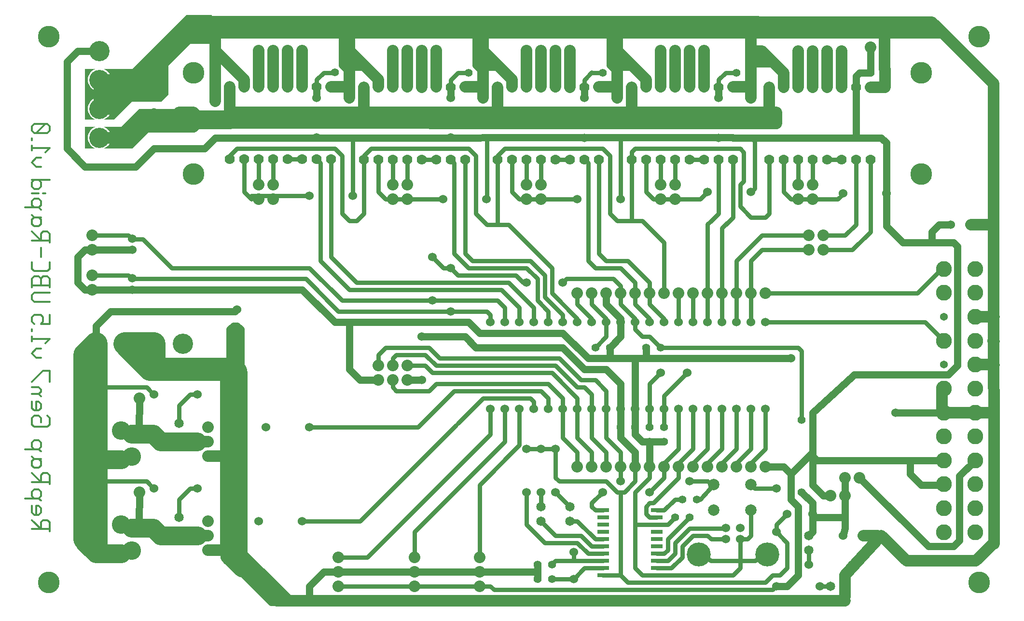
<source format=gbr>
G04 start of page 2 for group 0 idx 1 *
G04 Title: (unknown), solder *
G04 Creator: pcb 20110918 *
G04 CreationDate: Thu 19 Dec 2013 05:48:54 PM GMT UTC *
G04 For: main-user *
G04 Format: Gerber/RS-274X *
G04 PCB-Dimensions: 1574803 787402 *
G04 PCB-Coordinate-Origin: lower left *
%MOIN*%
%FSLAX25Y25*%
%LNBOTTOM*%
%ADD230C,0.0510*%
%ADD229C,0.0870*%
%ADD228C,0.0670*%
%ADD227C,0.0630*%
%ADD226C,0.0400*%
%ADD225C,0.1260*%
%ADD224C,0.1500*%
%ADD223R,0.0236X0.0236*%
%ADD222C,0.0540*%
%ADD221C,0.1100*%
%ADD220C,0.1660*%
%ADD219C,0.0550*%
%ADD218C,0.0700*%
%ADD217C,0.1400*%
%ADD216C,0.1280*%
%ADD215C,0.0600*%
%ADD214C,0.0650*%
%ADD213C,0.1887*%
%ADD212C,0.1587*%
%ADD211C,0.0300*%
%ADD210C,0.0800*%
%ADD209C,0.0787*%
%ADD208C,0.1287*%
%ADD207C,0.0500*%
%ADD206C,0.0001*%
%ADD205C,0.0122*%
G54D205*X538131Y285276D02*Y291416D01*
X536596Y292951D01*
X533526D02*X536596D01*
X531991Y291416D02*X533526Y292951D01*
X531991Y286811D02*Y291416D01*
X525851Y286811D02*X538131D01*
X531991D02*X525851Y292951D01*
Y298170D02*Y302775D01*
X527386Y296635D02*X525851Y298170D01*
X527386Y296635D02*X530456D01*
X531991Y298170D01*
Y301240D01*
X530456Y302775D01*
X528921Y296635D02*Y302775D01*
X530456D01*
X521246Y307994D02*X530456D01*
X531991Y306459D02*X530456Y307994D01*
X531991Y309529D01*
Y312599D01*
X530456Y314134D01*
X527386D02*X530456D01*
X525851Y312599D02*X527386Y314134D01*
X525851Y309529D02*Y312599D01*
X527386Y307994D02*X525851Y309529D01*
X538131Y317818D02*Y323958D01*
X536596Y325493D01*
X533526D02*X536596D01*
X531991Y323958D02*X533526Y325493D01*
X531991Y319353D02*Y323958D01*
X525851Y319353D02*X538131D01*
X531991D02*X525851Y325493D01*
X531991Y333782D02*X530456Y335317D01*
X531991Y330712D02*Y333782D01*
X530456Y329177D02*X531991Y330712D01*
X527386Y329177D02*X530456D01*
X527386D02*X525851Y330712D01*
X527386Y335317D02*X531991D01*
X527386D02*X525851Y336852D01*
Y330712D02*Y333782D01*
X527386Y335317D01*
X521246Y342071D02*X530456D01*
X531991Y340536D02*X530456Y342071D01*
X531991Y343606D01*
Y346676D01*
X530456Y348211D01*
X527386D02*X530456D01*
X525851Y346676D02*X527386Y348211D01*
X525851Y343606D02*Y346676D01*
X527386Y342071D02*X525851Y343606D01*
X538131Y363561D02*X536596Y365096D01*
X538131Y358956D02*Y363561D01*
X536596Y357421D02*X538131Y358956D01*
X527386Y357421D02*X536596D01*
X527386D02*X525851Y358956D01*
Y363561D01*
X527386Y365096D01*
X530456D01*
X531991Y363561D02*X530456Y365096D01*
X531991Y360491D02*Y363561D01*
X525851Y370315D02*Y374920D01*
X527386Y368780D02*X525851Y370315D01*
X527386Y368780D02*X530456D01*
X531991Y370315D01*
Y373385D01*
X530456Y374920D01*
X528921Y368780D02*Y374920D01*
X530456D01*
X525851Y380139D02*X530456D01*
X531991Y381674D01*
Y383209D01*
X530456Y384744D01*
X525851D02*X530456D01*
X531991Y378604D02*X530456Y380139D01*
X525851Y388428D02*X533526Y396103D01*
X538131D01*
Y388428D02*Y396103D01*
X528921Y405313D02*X531991D01*
X528921D02*X525851Y408383D01*
X528921Y411453D01*
X531991D01*
X525851Y416672D02*Y419742D01*
Y418207D02*X538131D01*
X535061Y415137D02*X538131Y418207D01*
X525851Y423426D02*Y424961D01*
X538131Y428645D02*Y434785D01*
X531991Y428645D02*X538131D01*
X531991D02*X533526Y430180D01*
Y433250D01*
X531991Y434785D01*
X527386D02*X531991D01*
X525851Y433250D02*X527386Y434785D01*
X525851Y430180D02*Y433250D01*
X527386Y428645D02*X525851Y430180D01*
X527386Y443995D02*X538131D01*
X527386D02*X525851Y445530D01*
Y448600D01*
X527386Y450135D01*
X538131D01*
X525851Y453819D02*Y459959D01*
X527386Y461494D01*
X530456D01*
X531991Y459959D02*X530456Y461494D01*
X531991Y455354D02*Y459959D01*
X525851Y455354D02*X538131D01*
Y453819D02*Y459959D01*
X536596Y461494D01*
X533526D02*X536596D01*
X531991Y459959D02*X533526Y461494D01*
X525851Y466713D02*Y471318D01*
X527386Y465178D02*X525851Y466713D01*
X527386Y465178D02*X536596D01*
X538131Y466713D01*
Y471318D01*
X531991Y475002D02*Y481142D01*
X538131Y484826D02*Y490966D01*
X536596Y492501D01*
X533526D02*X536596D01*
X531991Y490966D02*X533526Y492501D01*
X531991Y486361D02*Y490966D01*
X525851Y486361D02*X538131D01*
X531991D02*X525851Y492501D01*
X531991Y500790D02*X530456Y502325D01*
X531991Y497720D02*Y500790D01*
X530456Y496185D02*X531991Y497720D01*
X527386Y496185D02*X530456D01*
X527386D02*X525851Y497720D01*
X527386Y502325D02*X531991D01*
X527386D02*X525851Y503860D01*
Y497720D02*Y500790D01*
X527386Y502325D01*
X521246Y509079D02*X530456D01*
X531991Y507544D02*X530456Y509079D01*
X531991Y510614D01*
Y513684D01*
X530456Y515219D01*
X527386D02*X530456D01*
X525851Y513684D02*X527386Y515219D01*
X525851Y510614D02*Y513684D01*
X527386Y509079D02*X525851Y510614D01*
X533526Y518903D02*X535061D01*
X525851D02*X530456D01*
X525851Y528113D02*X538131D01*
X525851Y526578D02*X527386Y528113D01*
X525851Y523508D02*Y526578D01*
X527386Y521973D02*X525851Y523508D01*
X527386Y521973D02*X530456D01*
X531991Y523508D01*
Y526578D01*
X530456Y528113D01*
X528921Y537323D02*X531991D01*
X528921D02*X525851Y540393D01*
X528921Y543463D01*
X531991D01*
X525851Y548682D02*Y551752D01*
Y550217D02*X538131D01*
X535061Y547147D02*X538131Y550217D01*
X525851Y555436D02*Y556971D01*
X527386Y560655D02*X525851Y562190D01*
X527386Y560655D02*X536596D01*
X538131Y562190D01*
Y565260D01*
X536596Y566795D01*
X527386D02*X536596D01*
X525851Y565260D02*X527386Y566795D01*
X525851Y562190D02*Y565260D01*
X528921Y560655D02*X535061Y566795D01*
G54D206*G36*
X575298Y564902D02*X587500D01*
X600000Y577402D01*
X606254D01*
X605978Y576951D01*
X605707Y576297D01*
X605542Y575608D01*
X605486Y574902D01*
X605542Y574196D01*
X605707Y573507D01*
X605978Y572853D01*
X606348Y572249D01*
X606808Y571710D01*
X607347Y571250D01*
X607951Y570880D01*
X608605Y570609D01*
X609294Y570444D01*
X610000Y570388D01*
X610706Y570444D01*
X611395Y570609D01*
X612049Y570880D01*
X612653Y571250D01*
X613192Y571710D01*
X613652Y572249D01*
X614022Y572853D01*
X614293Y573507D01*
X614458Y574196D01*
X614500Y574902D01*
X614458Y575608D01*
X614293Y576297D01*
X614022Y576951D01*
X613746Y577402D01*
X637022D01*
X636399Y577144D01*
X635320Y576483D01*
X634358Y575662D01*
X633537Y574700D01*
X632876Y573621D01*
X632392Y572452D01*
X632096Y571222D01*
X631997Y569961D01*
X632096Y568700D01*
X632392Y567470D01*
X632876Y566301D01*
X633537Y565222D01*
X634358Y564260D01*
X635320Y563439D01*
X636399Y562778D01*
X637307Y562402D01*
X607500D01*
X595000Y549902D01*
X575298D01*
X576143Y550252D01*
X577217Y550910D01*
X578174Y551728D01*
X578992Y552685D01*
X579650Y553759D01*
X580132Y554922D01*
X580426Y556147D01*
X580500Y557402D01*
X580426Y558657D01*
X580132Y559882D01*
X579650Y561045D01*
X578992Y562119D01*
X578174Y563076D01*
X577217Y563894D01*
X576143Y564552D01*
X575298Y564902D01*
G37*
G36*
X562500D02*X569702D01*
X568857Y564552D01*
X567783Y563894D01*
X566826Y563076D01*
X566008Y562119D01*
X565350Y561045D01*
X564868Y559882D01*
X564574Y558657D01*
X564475Y557402D01*
X564574Y556147D01*
X564868Y554922D01*
X565350Y553759D01*
X566008Y552685D01*
X566826Y551728D01*
X567783Y550910D01*
X568857Y550252D01*
X569702Y549902D01*
X562500D01*
Y564902D01*
G37*
G54D207*X640059Y569961D02*X637559D01*
X640059D02*X635059D01*
G54D208*X640059D02*X662559D01*
G54D209*Y592461D02*X662500Y567402D01*
G54D207*X662559Y592461D03*
G54D210*X637559Y574902D02*X642500Y569961D01*
X639941D02*X625059D01*
X625000Y569902D01*
X630000Y564902D02*X637441D01*
X635000Y569961D02*Y567402D01*
X632500Y564902D01*
X637441D02*X642500Y569961D01*
X627500Y574902D02*X635059D01*
X640000Y569961D01*
X627500Y574902D02*X637559D01*
G54D211*X574941Y384843D02*X604941D01*
G54D212*X570000Y414902D02*X562500Y407402D01*
Y279902D02*Y407402D01*
G54D211*X605000Y319902D02*X574941Y319843D01*
G54D208*X570000Y269902D02*X587441Y269843D01*
X562500Y277402D02*X570000Y269902D01*
X572500Y334902D02*X587441Y334843D01*
G54D212*X570000Y277402D02*Y414902D01*
G54D211*X605000Y319902D02*X609941Y314843D01*
X605000Y384902D02*X609941Y379843D01*
G54D207*X570000Y414902D02*Y427402D01*
X580000Y437402D01*
X666200D01*
X667500Y438702D01*
G54D209*X662559Y567461D02*X939665Y567343D01*
X940000Y592402D02*Y567678D01*
X662500Y574902D02*X940000D01*
X755000Y592402D02*Y572402D01*
X847500Y592402D02*Y572402D01*
G54D210*X935114Y567402D02*X935057Y567345D01*
X940000Y574902D02*X1035000D01*
X1040000D02*X1032500D01*
X1035000Y569902D02*X1032500Y567402D01*
X1035000Y569902D02*Y592402D01*
X935114Y567402D02*X1040000D01*
Y574902D01*
X572500Y557402D02*X585000D01*
G54D207*X610000Y574902D02*Y564902D01*
X622500Y574902D02*X602500D01*
X610000D02*X605000Y569902D01*
X610000Y574902D02*X615000Y569902D01*
G54D210*X632500Y564902D02*X602500D01*
G54D206*G36*
X650000Y642402D02*Y622402D01*
X635000D01*
X620000Y607402D01*
Y587402D01*
X615000Y582402D01*
X609993D01*
Y584189D01*
X610000Y584188D01*
X610706Y584244D01*
X611395Y584409D01*
X612049Y584680D01*
X612653Y585050D01*
X613192Y585510D01*
X613652Y586049D01*
X614022Y586653D01*
X614293Y587307D01*
X614458Y587996D01*
X614500Y588702D01*
X614458Y589408D01*
X614293Y590097D01*
X614022Y590751D01*
X613652Y591355D01*
X613192Y591894D01*
X612653Y592354D01*
X612049Y592724D01*
X611395Y592995D01*
X610706Y593160D01*
X610000Y593216D01*
X609993Y593215D01*
Y619895D01*
X632500Y642402D01*
X650000D01*
G37*
G36*
X609993Y582402D02*X595000D01*
X582500Y569902D01*
X575298D01*
X576143Y570252D01*
X577217Y570910D01*
X578174Y571728D01*
X578992Y572685D01*
X579650Y573759D01*
X580132Y574922D01*
X580426Y576147D01*
X580500Y577402D01*
X580426Y578657D01*
X580132Y579882D01*
X579650Y581045D01*
X578992Y582119D01*
X578174Y583076D01*
X577217Y583894D01*
X576143Y584552D01*
X574980Y585034D01*
X573755Y585328D01*
X572500Y585427D01*
X571245Y585328D01*
X570020Y585034D01*
X568857Y584552D01*
X567783Y583894D01*
X566826Y583076D01*
X566008Y582119D01*
X565350Y581045D01*
X564868Y579882D01*
X564574Y578657D01*
X564475Y577402D01*
X564574Y576147D01*
X564868Y574922D01*
X565350Y573759D01*
X566008Y572685D01*
X566826Y571728D01*
X567783Y570910D01*
X568857Y570252D01*
X569702Y569902D01*
X562500D01*
Y604902D01*
X569702D01*
X568857Y604552D01*
X567783Y603894D01*
X566826Y603076D01*
X566008Y602119D01*
X565350Y601045D01*
X564868Y599882D01*
X564574Y598657D01*
X564475Y597402D01*
X564574Y596147D01*
X564868Y594922D01*
X565350Y593759D01*
X566008Y592685D01*
X566826Y591728D01*
X567783Y590910D01*
X568857Y590252D01*
X570020Y589770D01*
X571245Y589476D01*
X572500Y589377D01*
X573755Y589476D01*
X574980Y589770D01*
X576143Y590252D01*
X577217Y590910D01*
X578174Y591728D01*
X578992Y592685D01*
X579650Y593759D01*
X580132Y594922D01*
X580426Y596147D01*
X580500Y597402D01*
X580426Y598657D01*
X580132Y599882D01*
X579650Y601045D01*
X578992Y602119D01*
X578174Y603076D01*
X577217Y603894D01*
X576143Y604552D01*
X575298Y604902D01*
X595000D01*
X609993Y619895D01*
Y593215D01*
X609294Y593160D01*
X608605Y592995D01*
X607951Y592724D01*
X607347Y592354D01*
X606808Y591894D01*
X606348Y591355D01*
X605978Y590751D01*
X605707Y590097D01*
X605542Y589408D01*
X605486Y588702D01*
X605542Y587996D01*
X605707Y587307D01*
X605978Y586653D01*
X606348Y586049D01*
X606808Y585510D01*
X607347Y585050D01*
X607951Y584680D01*
X608605Y584409D01*
X609294Y584244D01*
X609993Y584189D01*
Y582402D01*
G37*
G54D207*X777500Y429902D02*X735000D01*
X745000D02*Y397402D01*
X735000Y429902D02*X712500Y452402D01*
X745000Y397402D02*X752500Y389902D01*
X765000D01*
X557441Y474843D02*X562441Y479843D01*
X594941D02*X562441D01*
X557441Y457343D02*X562500Y452402D01*
X607500D01*
X557441Y457343D02*Y474843D01*
X617500Y452402D02*X602500D01*
X617500D02*X712500D01*
G54D213*X665000Y394902D02*Y269902D01*
G54D209*X647500Y337402D02*X657441Y337343D01*
X647441Y272343D02*X657441D01*
G54D207*X667500Y397402D02*Y424902D01*
X670000Y397402D02*Y422402D01*
X662500Y397402D02*Y424902D01*
X670000D02*Y399902D01*
Y422402D02*X667500Y424902D01*
X662500D02*X665000Y427402D01*
X667500D01*
X670000Y424902D01*
G54D212*X610000Y399902D02*Y414902D01*
X607500Y397402D02*X665000D01*
X610000Y414902D02*X590000D01*
X607500Y397402D02*X590000Y414902D01*
G54D207*X670000Y399902D02*X665000Y394902D01*
X952500Y347402D02*Y329902D01*
X942500Y404902D02*Y352402D01*
X947500Y347402D01*
X962500D01*
X910000Y404902D02*X1050000D01*
X925000Y412402D02*X932500Y419902D01*
X950000Y404902D02*Y412402D01*
X925000D02*Y404902D01*
X932500Y432402D02*X922500Y442402D01*
X932500Y419902D02*Y432402D01*
X922500Y442402D02*Y449902D01*
G54D211*X952500Y329902D02*Y322402D01*
X942500Y312402D02*X952500Y322402D01*
G54D209*X1100000Y282402D02*X1110000D01*
X1112500D02*X1087500Y254902D01*
Y239902D01*
X1085000Y237402D01*
G54D211*X1010000Y254902D02*X1015000Y259902D01*
Y279902D01*
X942500Y312402D02*Y259902D01*
X970000Y294902D02*X965000Y289902D01*
X942500D02*X965000D01*
X986400Y269202D02*X995090Y264992D01*
X1025000Y264902D02*X1033800Y269202D01*
X995275Y264902D02*X1025000D01*
X1015000Y279902D02*X1020000D01*
X1022500Y282402D01*
Y299902D01*
G54D210*X1112500Y282402D02*X1130000Y264902D01*
G54D209*X1087500Y237402D02*X695000D01*
G54D211*X957500Y254902D02*X1010000D01*
X942500Y259902D02*X947500Y254902D01*
X960000D02*X947500D01*
G54D207*X875000Y262402D02*Y252402D01*
X717500Y247402D02*Y237402D01*
X875000Y257402D02*X795000D01*
X800000D02*X737500D01*
X684883Y257519D02*X705000Y237402D01*
X702500D02*X682383Y257519D01*
X691250Y236152D02*X693750D01*
X705000Y237402D02*X702500D01*
X693750Y236152D02*X695000Y237402D01*
X737500Y257402D02*X727500D01*
X717500Y247402D01*
G54D209*X1190347Y276579D02*X1190000Y492402D01*
G54D210*X1177500Y433544D02*X1190312D01*
X1190347Y433579D01*
X1189917Y417009D02*X1190347Y416579D01*
X1177500Y400473D02*X1189953D01*
X1190347Y400079D01*
X1177500Y367402D02*X1155848D01*
G54D207*X1154907Y366461D02*X1155847Y367401D01*
X1122500Y367402D02*X1154406Y367284D01*
X1154524Y367402D01*
G54D210*X1177847D02*X1189524D01*
X1190347Y366579D01*
X1154524Y367402D02*Y382614D01*
X1155847Y383937D01*
X1190000Y492402D02*Y594902D01*
X1147500Y637402D01*
X1114941Y629961D02*Y604961D01*
X1115000Y604902D01*
Y592402D01*
X1105000D01*
X1174400Y497402D02*X1190000D01*
X1147500Y637402D02*X1022500D01*
X1017559Y629961D02*X1155000Y629902D01*
X1022500Y584902D02*Y592402D01*
X1022559Y592461D01*
X1022526Y617376D02*X1030026D01*
X1045000Y602402D01*
Y592402D02*Y602402D01*
X1037500Y609902D02*X1022536D01*
X1155848Y367402D02*X1155847Y367401D01*
X1130000Y264902D02*X1177846D01*
X1190346Y277402D01*
Y276580D01*
X1190347Y276579D01*
G54D207*X777500Y429902D02*X827500D01*
G54D209*X672559Y597461D02*X652559Y617461D01*
Y582461D02*Y637461D01*
X672559Y592461D02*Y597461D01*
G54D211*X722500Y592520D02*X722559Y592461D01*
G54D207*X832559Y637461D02*Y607461D01*
G54D209*X765059Y597461D02*X745059Y617461D01*
X742559Y607461D02*X752559D01*
X765059Y592461D02*Y597461D01*
X745059Y584961D02*X745000Y637402D01*
X732559Y592461D02*X745059D01*
G54D207*X740059Y637461D02*Y607461D01*
X745059Y602461D01*
G54D209*X670059Y257461D02*X660000Y267402D01*
G54D207*X671316Y256218D02*Y256086D01*
X668802Y258704D02*Y258600D01*
G54D209*X682559Y257461D02*X670000Y269902D01*
G54D207*X677500Y257519D02*X682523D01*
X673791Y261193D02*Y258611D01*
G54D209*X677559Y257461D02*X665000Y269902D01*
G54D207*X671316Y256086D02*X690000Y237402D01*
X695000D01*
Y240019D01*
X677500Y257519D01*
X682523D02*X685000Y255043D01*
X682617Y257519D02*X684883D01*
X673791Y258611D02*X695000Y237402D01*
X668802Y258600D02*X691250Y236152D01*
X827500Y429902D02*X835000Y422402D01*
X892500D02*X835000D01*
X892500D02*X910000Y404902D01*
G54D209*X1010059Y592461D02*X1022559D01*
X950059Y597461D02*X930059Y617461D01*
X1022559Y592461D02*X1022500Y637402D01*
X930059Y584961D02*X930000Y637402D01*
X950059Y592461D02*Y597461D01*
X927559Y607461D02*X940059D01*
G54D207*X925059D02*X930059Y602461D01*
X832559Y607461D02*X837559Y602461D01*
G54D209*X857559Y597461D02*X837559Y617461D01*
Y584961D02*X837500Y637402D01*
X835059Y607461D02*X847559D01*
G54D207*X925059Y637461D02*Y607461D01*
G54D209*X917559Y592461D02*X930059D01*
X857559D02*Y597461D01*
X825059Y592461D02*X837559D01*
X645059Y637461D02*X1027559D01*
X652559Y629961D02*X1022559D01*
G54D210*X610000Y588702D02*Y592402D01*
Y587402D01*
X613800Y588702D02*X615000Y589902D01*
X611200D01*
X610000Y588702D01*
X613800D02*X601200D01*
X600000Y589902D01*
X572500Y597402D02*X585000D01*
X572500D02*Y589902D01*
Y577402D02*Y584902D01*
Y577402D02*X582500D01*
X572500D02*X580000Y584902D01*
X572500Y597402D02*X582500Y587402D01*
G54D211*X972500Y449902D02*Y429902D01*
X952500Y442402D02*X962500Y432402D01*
X960000Y412402D02*X952500Y419902D01*
X962500Y432402D02*Y429902D01*
X952500Y432402D02*Y429902D01*
Y357402D02*Y387402D01*
Y419902D02*X947500D01*
X942500Y424902D01*
Y432402D01*
X962500Y357402D02*Y379002D01*
X978400Y394902D01*
X952500Y387402D02*X960000Y394902D01*
X982500Y449902D02*Y429902D01*
X962500Y457402D02*Y449902D01*
Y457402D02*Y484902D01*
X942500Y442402D02*X952500Y432402D01*
X882500Y437402D02*Y429902D01*
X952500Y457402D02*Y442402D01*
X942500Y457402D02*Y449902D01*
Y452402D01*
Y442402D01*
X952500Y457402D02*X937500Y472402D01*
X932500Y467402D02*X915000D01*
X937500Y472402D02*X922500D01*
X915000Y467402D02*X910000Y472402D01*
X920492Y264902D02*X887500D01*
X907500Y259902D02*X900000Y252402D01*
X885000D02*X900000D01*
X907500Y259902D02*X920492D01*
X920000Y254902D02*X932500D01*
X885000Y262402D02*X887500Y264902D01*
X920492Y269902D02*X910000D01*
X902500Y277402D02*X910000Y269902D01*
X900000Y264902D02*Y270802D01*
X920492Y274902D02*X912500D01*
X942500Y319902D02*X935000Y312402D01*
G54D207*X942500Y339902D02*Y329902D01*
G54D211*X932500Y339902D02*Y319902D01*
X942500Y329902D02*Y319902D01*
X922500D02*X930000Y312402D01*
G54D207*X932500Y349902D02*X942500Y339902D01*
G54D211*X922500D02*Y329902D01*
X912500Y339902D02*Y329902D01*
X902500Y339902D02*Y329902D01*
X890000Y319902D02*X922500D01*
X932500Y339902D02*X922500Y349902D01*
Y339902D02*X912500Y349902D01*
Y339902D02*X902500Y349902D01*
Y339902D02*X892500Y349902D01*
X887500Y322402D02*Y342402D01*
Y322402D02*X890000Y319902D01*
X952500Y304902D02*X955000D01*
X950000Y297402D02*X952500Y294902D01*
X957500D02*X952500D01*
Y304902D02*X950000Y302402D01*
X962500Y299902D02*X957500D01*
X996910Y317618D02*X992500Y319902D01*
X1012500Y332402D02*Y329902D01*
X980000Y319902D02*X992500D01*
X987500Y307402D02*X996910Y317618D01*
X985000Y307402D02*X987500D01*
X937500Y249902D02*X932500Y254902D01*
Y312402D01*
X935000D02*X930000D01*
X905000Y282402D02*X912500Y274902D01*
X915000Y279902D02*X902500Y292402D01*
X867500Y289902D02*X880000Y277402D01*
X867500Y289902D02*Y312402D01*
X877500Y302402D02*Y312402D01*
X887500Y282402D02*X877500Y292402D01*
X897500Y302402D02*X887500Y312402D01*
X897500Y292402D02*X902500D01*
X905000Y282402D02*X887500D01*
X902500Y277402D02*X880000D01*
X915000Y279902D02*X920492D01*
X915000Y299902D02*X920492D01*
X912500Y302402D02*X915000Y299902D01*
X912500Y304902D02*Y302402D01*
X920000Y312402D02*X912500Y304902D01*
X970000Y269902D02*X965000Y264902D01*
X957500D02*X965000D01*
X967500Y259902D02*X957500D01*
X937500Y249902D02*X1032500D01*
X1037500Y254902D01*
Y244902D02*X845000D01*
X965000Y279902D02*Y272402D01*
X962500Y269902D02*X957500D01*
X965000Y272402D02*X962500Y269902D01*
X970000D02*Y277402D01*
X1005200Y279902D02*X995000D01*
X992500Y282402D01*
X982500D01*
X967500Y259902D02*X975000Y267402D01*
X965000Y279902D02*X980000Y294902D01*
X975000Y274902D02*Y267402D01*
X980000Y287402D02*X970000Y277402D01*
X982500Y282402D02*X975000Y274902D01*
X1070000Y247402D02*X1077500D01*
X1037500Y244902D02*X1040000Y247402D01*
Y284902D02*X1047500Y277402D01*
G54D207*X1055000Y302402D02*Y254902D01*
G54D211*X1040000Y289902D02*Y284902D01*
Y289902D02*X1047500Y297402D01*
Y259902D02*X1042500Y254902D01*
X1062500Y262402D02*Y272402D01*
X1047500Y277402D02*Y259902D01*
X1042500Y254902D02*X1037500D01*
G54D207*X1040000Y247402D02*X1047500D01*
X1055000Y254902D01*
G54D211*X992500Y342402D02*Y369902D01*
X972500D02*Y342402D01*
X982500D02*X972500Y332402D01*
X992500Y342402D02*X982500Y332402D01*
X1002500Y342402D02*Y369902D01*
Y332402D02*Y329902D01*
X1012500Y342402D02*Y369902D01*
Y342402D02*X1002500Y332402D01*
G54D207*X1050000Y324902D02*X1045000Y329902D01*
G54D211*X1032500Y342402D02*Y369902D01*
G54D207*Y329902D02*X1045000D01*
G54D211*X1022500Y342402D02*Y369902D01*
Y332402D02*Y329902D01*
X1032500Y342402D02*X1022500Y332402D01*
X1025000Y314902D02*X1040000D01*
X1022500Y342402D02*X1012500Y332402D01*
X1025000Y314902D02*X1022500Y317618D01*
X1002500Y342402D02*X992500Y332402D01*
Y329902D01*
X1005000Y287402D02*X980000D01*
X982500Y369902D02*Y342402D01*
X962500Y332402D02*Y322402D01*
X972500Y332402D02*Y322402D01*
Y342402D02*X962500Y332402D01*
X955000Y304902D02*X972500Y322402D01*
X982500Y329902D02*Y332402D01*
X950000Y302402D02*Y297402D01*
X962500Y299902D02*X970000Y307402D01*
X975000D02*X970000D01*
X962500Y322402D02*X952500Y312402D01*
G54D207*X1087500Y294902D02*X1065000D01*
Y284902D02*Y304902D01*
X1086200Y282402D02*X1087500Y287402D01*
X1065000Y284902D02*X1062500Y282402D01*
X1065000Y317402D02*X1072500Y309902D01*
X1050000Y324902D02*Y307402D01*
X1087500Y287402D02*Y322402D01*
X1077500Y309902D02*X1072500D01*
X1065000Y304902D02*X1057500Y312402D01*
X1055000Y302402D02*X1050000Y307402D01*
X1065000Y367402D02*Y317402D01*
X1050000Y324902D02*X1065000Y339902D01*
X1068072Y334330D02*X1065000Y337402D01*
X1166597Y280329D02*X1166536Y323367D01*
G54D211*X1155453Y417402D02*X1155847Y417008D01*
G54D207*X1166598Y279902D02*Y279000D01*
X1162500Y274902D01*
X1145000D01*
X1166597Y323428D02*X1177500Y334331D01*
X1155640Y318002D02*X1155847Y317795D01*
Y334330D02*X1145598D01*
X1154817Y318825D02*X1156240Y317402D01*
X1140000D02*X1156240D01*
X1145000Y274902D02*X1097500Y322402D01*
X1145000Y334330D02*X1068072D01*
X1132500D02*Y324902D01*
X1140000Y317402D01*
G54D211*X1022500Y449902D02*Y429902D01*
X1057500Y362402D02*Y409902D01*
X1055000Y412402D01*
X960000D01*
G54D207*X1065000Y367402D02*X1092500Y392402D01*
G54D211*X1032500Y429902D02*X1142953D01*
G54D207*X1092500Y392402D02*X1092619D01*
X1093810Y393592D01*
X1158690D01*
X1165000Y399902D01*
G54D211*X1142953Y429902D02*X1155847Y417008D01*
G54D207*X1165000Y482402D02*Y399902D01*
G54D211*X992500Y467402D02*Y429902D01*
X1002500Y464902D02*Y429902D01*
X1012500Y449902D02*Y429902D01*
X1032500Y449902D02*X1137500D01*
X1022500D02*Y472402D01*
X1030000Y479902D01*
X1062500D01*
Y489902D02*X1030000D01*
X1012500Y472402D01*
X1022500Y502402D02*X1015000Y509902D01*
X1012500Y449902D02*Y472402D01*
X1010059Y507402D02*Y517450D01*
X1010054Y517456D01*
X1087500Y489902D02*X1072500D01*
Y479902D02*X1092500D01*
X1082500Y514902D02*X1050000D01*
X1045000Y519902D01*
X992559Y479961D02*Y467461D01*
X992500Y467402D01*
X992559Y479902D02*Y497461D01*
X1002500Y464902D02*Y494902D01*
X1000000Y504902D02*X995059Y499961D01*
X1000000Y534902D02*Y504902D01*
X992559Y497461D02*X995000Y499902D01*
X1005000Y497402D02*X1010000Y502402D01*
Y507343D01*
X1010059Y507402D01*
X1002500Y494902D02*X1006250Y498652D01*
X1010000Y542402D02*X1010059Y514961D01*
X987559D02*X992559Y519961D01*
X980000Y542402D02*X990000D01*
X955000Y514902D02*X987441Y514843D01*
X1000000Y534902D02*Y542402D01*
X1155847Y466615D02*X1154213D01*
G54D207*X1165000Y482402D02*X1162500Y484902D01*
G54D211*X1154213Y466615D02*X1137500Y449902D01*
G54D207*X1160600Y497402D02*X1152500D01*
X1147500Y492402D01*
Y484902D01*
G54D211*X1095000Y497402D02*X1087500Y489902D01*
X1092500Y479902D02*X1105000Y492402D01*
G54D207*X1116000Y546402D02*Y496402D01*
X1127500Y484902D01*
G54D211*X1105000Y492402D02*Y542402D01*
X1095000Y497402D02*Y542402D01*
G54D207*X1162500Y484902D02*X1127500D01*
G54D211*X1086000Y518902D02*Y518402D01*
X1082500Y514902D01*
X1075000Y542402D02*X1085000D01*
G54D209*X980059Y592461D02*Y617461D01*
X970059Y592461D02*Y617461D01*
X960059D02*Y592461D01*
G54D211*X1000000Y592402D02*X1000059Y597461D01*
X1005000Y602402D02*X1012500D01*
G54D209*X990059Y617461D02*Y592461D01*
G54D211*X1000059Y597461D02*X1005000Y602402D01*
G54D207*X1000000Y584902D02*Y592402D01*
G54D211*X942500Y549902D02*X1015000D01*
X1022500Y502402D02*X1032500D01*
X1035000Y504902D01*
G54D207*X1022559Y557343D02*X1022500Y557402D01*
X1010000D02*X1009941Y557461D01*
X1007441D01*
G54D211*X1025000Y554902D02*X1022500Y557402D01*
X1055000Y524902D02*Y542402D01*
X1065000Y524902D02*Y542402D01*
X1022559Y519961D02*X1025000Y522402D01*
X1045000Y519902D02*Y542402D01*
X1035000Y504902D02*Y542402D01*
X1015000Y549902D02*X1017500Y547402D01*
X1025000Y522402D02*Y554902D01*
X1017500Y547402D02*Y527402D01*
X1015000Y524902D01*
Y509902D01*
G54D207*X1010000Y557402D02*X1112500D01*
X1105000Y602402D02*X1097500D01*
X1105000D02*Y619902D01*
X1097500Y602402D02*X1095000Y599902D01*
Y557402D01*
X1116000Y544902D02*Y553902D01*
X1112500Y557402D01*
G54D210*X1055000Y617402D02*Y592402D01*
X1065000Y617402D02*Y592402D01*
X1075000Y617402D02*Y592402D01*
X1085000Y617402D02*Y592402D01*
G54D211*X847559Y504843D02*Y497461D01*
X847500Y497402D02*X847559Y497343D01*
X855059D02*X885000Y467402D01*
X847559Y497461D02*X847500Y497402D01*
X847559Y497343D02*X855059D01*
X922500Y472402D02*X917500Y477402D01*
Y534902D02*Y477402D01*
Y542402D02*Y532402D01*
X947500Y499902D02*X935059D01*
X935000Y499961D01*
X940059Y504843D02*Y499961D01*
X940000Y499902D01*
X862500Y514902D02*X902559Y514961D01*
X857500Y519902D02*X862500Y514902D01*
X857500Y542402D02*Y519902D01*
X867500Y524902D02*Y542402D01*
X940059Y532461D02*Y539961D01*
X910000Y472402D02*Y539902D01*
X907500Y542402D01*
X877500D02*Y524902D01*
X887500Y542402D02*X897500D01*
X852559Y549961D02*X920059D01*
G54D207*X907500Y592402D02*X907559Y584961D01*
G54D211*X912500Y602402D02*X920000D01*
G54D209*X897559Y617461D02*X897500Y592402D01*
X887559Y592461D02*Y617461D01*
X877559Y592461D02*Y617461D01*
X867559D02*Y592461D01*
G54D211*X847500Y544902D02*X852559Y549961D01*
X847500Y542402D02*Y544902D01*
X847559Y534843D02*Y539843D01*
X847500Y539902D01*
Y542402D01*
X947500Y499902D02*X962500Y484902D01*
X950000Y542402D02*Y519902D01*
X955000Y514902D01*
X970000Y542402D02*Y524902D01*
X960000Y542402D02*Y524902D01*
X920059Y549961D02*X925059Y544961D01*
X932559Y514961D02*Y557461D01*
X940059Y542461D02*Y547461D01*
X942500Y549902D01*
X925000Y545020D02*Y537402D01*
X925059Y537343D01*
G54D207*X832500Y412402D02*X825000Y419902D01*
G54D211*X842500Y434902D02*X840000Y437402D01*
X852500Y429902D02*Y439902D01*
X847500Y444902D02*X852500Y439902D01*
X842500Y434902D02*Y429902D01*
X790000Y452402D02*X850000D01*
X792441Y457343D02*X855000Y457402D01*
X820000Y462402D02*X860000D01*
X792382Y457402D02*X792441Y457343D01*
X890000Y404902D02*X807500D01*
X887500Y399902D02*X805000D01*
X802500Y394902D02*X827500D01*
X885000D02*X825000D01*
X837500Y377402D02*X870000D01*
X820000Y359902D02*X837500Y377402D01*
X882500Y387402D02*X805000D01*
X877500Y382402D02*X817500D01*
X792500Y357402D01*
X717500D02*X742500D01*
X792500D02*X737500D01*
X800000Y412402D02*X770000D01*
X765000Y407402D02*X770000Y412402D01*
X797500Y407402D02*X777500D01*
X775000Y399902D02*Y404902D01*
X765000Y407402D02*Y399902D01*
X777500Y382402D02*X775000Y384902D01*
X777500Y382402D02*X800000D01*
X775000Y384902D02*Y389902D01*
Y404902D02*X777500Y407402D01*
X797500Y399902D02*X785000D01*
X805000Y387402D02*X800000Y382402D01*
G54D207*X795000Y389902D02*X785000D01*
G54D211*X802500Y394902D02*X797500Y399902D01*
X807500Y404902D02*X800000Y412402D01*
X805000Y399902D02*X797500Y407402D01*
X850000Y452402D02*X862500Y439902D01*
X855000Y457402D02*X872500Y439902D01*
X865000Y457402D02*X860000Y462402D01*
X865000Y457402D02*X867500D01*
X875000Y459902D02*X867500Y467402D01*
X870000Y472402D02*X880000Y462402D01*
X867500Y467402D02*X827629D01*
X830000Y472402D02*X870000D01*
X875000Y459902D02*Y444902D01*
X882500Y437402D02*X875000Y444902D01*
X885000Y449902D02*Y467402D01*
X745000Y452402D02*X725000Y472402D01*
X927500Y459902D02*X932500Y454902D01*
X927500Y459902D02*X895000D01*
X932500Y442402D02*Y454902D01*
X892500Y457402D02*X895000Y459902D01*
X880000Y447402D02*Y462402D01*
X892500Y434902D02*Y429902D01*
Y434902D02*X880000Y447402D01*
X902500Y432402D02*X885000Y449902D01*
X912500Y442402D02*Y449902D01*
X902500Y442402D02*Y449902D01*
X912500Y432402D02*X902500Y442402D01*
Y429902D02*Y432402D01*
X912500D02*Y429902D01*
X942500Y457402D02*X932500Y467402D01*
X930059Y499961D02*X935059D01*
X925059Y504961D02*X930059Y499961D01*
X925059Y537461D02*Y504961D01*
X940059D02*Y534843D01*
X907500Y592402D02*Y597402D01*
X912559Y602461D01*
G54D207*X892500Y412402D02*X832500D01*
G54D211*X905000Y389902D02*X890000Y404902D01*
X902500Y377402D02*Y349902D01*
X892500D02*Y377402D01*
X872500Y439902D02*Y429902D01*
X862500Y439902D02*Y429902D01*
X872500Y374902D02*Y369902D01*
X870000Y377402D02*X872500Y374902D01*
X877500Y382402D02*X882500Y377402D01*
X842500Y369902D02*Y352402D01*
X862500Y369902D02*Y344902D01*
X852500Y369902D02*Y347402D01*
X922500Y419902D02*X915000Y412402D01*
X922500Y419902D02*Y432402D01*
G54D207*X932500Y387402D02*X922500Y397402D01*
X907500D01*
X892500Y412402D01*
G54D211*X915000Y389902D02*X905000D01*
X902500Y377402D02*X885000Y394902D01*
X907500Y384902D02*X902500D01*
X912500Y379902D02*X907500Y384902D01*
X882500Y377402D02*Y369902D01*
X902500Y384902D02*X887500Y399902D01*
X892500Y377402D02*X882500Y387402D01*
X912500Y379902D02*Y349902D01*
X922500Y432402D02*X912500Y442402D01*
X922500Y382402D02*X915000Y389902D01*
X922500Y382402D02*Y349902D01*
G54D207*X932500D02*Y387402D01*
G54D211*X942500Y432402D02*X932500Y442402D01*
X832559Y504961D02*X837559Y499961D01*
X847559Y504961D02*Y534843D01*
X832559Y537461D02*Y504961D01*
X837618Y499902D02*Y499784D01*
X840000Y497402D01*
X847500D01*
X840059Y514961D02*Y557461D01*
X832500Y545020D02*Y537461D01*
X832559Y537402D01*
X712500Y292402D02*X737500D01*
X752500D02*X735000D01*
X775000Y247402D02*X842500D01*
X845000Y244902D01*
X757500Y267402D02*X737500D01*
Y247402D02*X777500D01*
X887500Y342402D02*X867500D01*
X862500Y344902D02*X835000Y317402D01*
X818750Y358652D02*X752500Y292402D01*
X842500Y352402D02*X757500Y267402D01*
X835000Y317402D02*Y267402D01*
X852500Y347402D02*X790000Y284902D01*
Y267402D02*Y284902D01*
X627441Y307343D02*X635000Y314902D01*
G54D209*X640000Y282402D02*X647441Y282343D01*
G54D208*X640000Y282402D02*X615000D01*
G54D207*X600059Y312461D02*X599941Y289843D01*
G54D211*X635000Y314902D02*X639882Y314784D01*
X627500Y307402D02*Y294902D01*
G54D209*X647500Y347402D02*X639941Y347343D01*
G54D211*X627500Y372402D02*X635000Y379902D01*
G54D208*X609567Y352717D02*X614941Y347343D01*
G54D211*X640000Y379902D02*X635000D01*
X627500Y372402D02*Y359902D01*
G54D208*X615000Y347402D02*X639941Y347343D01*
X594941Y352717D02*X609567D01*
Y287717D02*X614941Y282343D01*
G54D207*X600000Y377402D02*X599941Y354843D01*
G54D208*X594941Y287717D02*X609567D01*
G54D211*X595000Y460202D02*X592500Y462402D01*
X592441Y489843D02*X567441D01*
X595000Y487402D02*X592500Y489902D01*
X567441Y462343D02*X592441D01*
X595000Y460202D02*X597441Y459843D01*
X595000Y487402D02*X602500D01*
X622500Y467402D01*
X595341Y459902D02*X715000D01*
X717500Y467402D02*X622500D01*
X722559Y597461D02*X727500Y602402D01*
X735000D02*X735059Y602461D01*
X727500Y602402D02*X735000D01*
G54D207*X722559Y584961D02*X722500Y592402D01*
G54D211*X722559Y597461D02*Y592461D01*
X725000Y539902D02*Y472402D01*
X692500Y524902D02*Y542402D01*
X672500Y542520D02*X672559Y542461D01*
X672500Y519902D02*X677500Y514902D01*
X672500Y542402D02*Y519902D01*
Y542402D02*X672559Y542461D01*
X682559D02*Y524961D01*
G54D209*X692559Y592461D02*Y617461D01*
X682559D02*Y592461D01*
X712559Y617461D02*Y592461D01*
X702559D02*Y617461D01*
G54D211*X692500Y542402D02*X692559Y542461D01*
X702559D02*X712559D01*
X667559Y549961D02*X735059D01*
X732559Y542461D02*Y532402D01*
X722559Y542461D02*Y542343D01*
X725000Y539902D01*
X662559Y542461D02*Y544961D01*
X677500Y517402D02*X717441Y517343D01*
X662559Y544961D02*X667559Y549961D01*
G54D207*X662500Y557402D02*X652500D01*
X645000Y549902D01*
X610000D01*
X550000D02*Y609902D01*
X557500Y617402D01*
X572500D01*
X562500Y537402D02*X550000Y549902D01*
X597500Y537402D02*X562500D01*
X610000Y549902D02*X597500Y537402D01*
G54D211*X810000Y467402D02*X815000D01*
X820000Y462402D01*
X810000Y467402D02*X802500Y474902D01*
G54D207*X795000Y419902D02*X825000D01*
G54D211*X840000Y437402D02*X737500D01*
X847500Y444902D02*X740000D01*
X717500Y467402D01*
X737500Y437402D02*X715000Y459902D01*
X790000Y452402D02*X745000D01*
X750000Y457402D02*X792382D01*
X830000Y472402D02*X825000Y477402D01*
X817564Y477338D02*X827500Y467402D01*
X732559Y474843D02*X750000Y457402D01*
X750059Y499961D02*X755059Y504961D01*
Y534843D01*
X755000Y542402D02*Y544902D01*
X755059Y542343D02*X755000Y542402D01*
Y532520D01*
X755059Y532461D01*
X745059Y499961D02*X750059D01*
X740059Y504961D02*X745059Y499961D01*
X732559Y502461D02*Y474843D01*
X740059Y537461D02*Y504961D01*
X732559Y534961D02*Y502461D01*
X735059Y549961D02*X740059Y544961D01*
X740118Y544902D02*Y535020D01*
X740059Y534961D01*
X825000Y534902D02*X825059Y502461D01*
X825000Y532411D02*X825005Y532407D01*
X817559Y529961D02*X817500Y529902D01*
X825059Y502402D02*Y499843D01*
X825000Y499902D02*X825064Y499966D01*
X825000Y477402D02*Y499902D01*
X817500Y477402D02*Y529902D01*
G54D207*X815000Y592402D02*Y584902D01*
G54D211*Y597402D02*X820000Y602402D01*
X827500D01*
G54D209*X805059Y617461D02*Y592461D01*
G54D211*X815000Y592402D02*Y597402D01*
G54D209*X795000Y592402D02*X795059Y617461D01*
X785059Y592461D02*Y617461D01*
X775059D02*Y592461D01*
G54D211*X760059Y549961D02*X827559D01*
X785000Y542402D02*Y524902D01*
X815000Y542402D02*X817559Y539843D01*
Y529961D01*
X795000Y542402D02*X805000D01*
X817559Y539843D02*X815000Y542402D01*
X809941Y514961D02*X770000Y514902D01*
X827559Y549961D02*X832559Y544961D01*
G54D207*X662500Y557402D02*X1007559Y557461D01*
G54D211*X747441Y557358D02*X747500Y557417D01*
X825000Y542402D02*Y532411D01*
X765000Y519902D02*X770000Y514902D01*
X765000Y542402D02*Y519902D01*
X775000Y542402D02*Y524902D01*
X755000Y544902D02*X760059Y549961D01*
X747441Y517343D02*Y557358D01*
G54D210*X835000Y267402D03*
Y257402D03*
Y247402D03*
X737500Y267402D03*
Y257402D03*
Y247402D03*
X790000Y267402D03*
Y257402D03*
Y247402D03*
G54D214*X627500Y359902D03*
G54D215*X610000Y379902D03*
X640000D03*
G54D210*X647500Y357402D03*
X600000Y377402D03*
G54D214*X627500Y349902D03*
G54D210*X647500Y347402D03*
Y337402D03*
G54D216*X594941Y271969D03*
X587441Y269843D03*
X594941Y287717D03*
X587441Y289843D03*
G54D210*X600000Y312402D03*
G54D215*X610000Y314902D03*
G54D217*X570000Y414902D03*
X590000D03*
X610000D03*
X630000D03*
G54D216*X594941Y336969D03*
Y352717D03*
X587441Y334843D03*
Y354843D03*
G54D210*X560000Y312402D03*
Y377402D03*
X647500Y292402D03*
G54D214*X627500Y294902D03*
Y284902D03*
G54D215*X640000Y314902D03*
G54D210*X647500Y282402D03*
Y272402D03*
G54D215*X687500Y357402D03*
X717500D03*
X682500Y292402D03*
X712500D03*
G54D210*X567500Y462402D03*
Y452402D03*
G54D215*X595000D03*
Y460202D03*
G54D210*X567500Y489902D03*
Y479902D03*
G54D215*X595000Y487702D03*
Y479902D03*
X667500Y438702D03*
Y424902D03*
G54D218*X672559Y542461D03*
X662559D03*
X682559D03*
G54D210*Y524961D03*
Y514961D03*
G54D218*X692559Y542461D03*
X702559D03*
X722559Y592461D03*
X712559D03*
X702559D03*
X692559D03*
G54D210*Y524961D03*
Y514961D03*
G54D215*X717441Y517343D03*
G54D218*X672559Y592461D03*
X662559D03*
X682559D03*
G54D219*X652559Y572461D03*
Y582461D03*
G54D215*X610000Y574902D03*
Y588702D03*
G54D217*X572500Y557402D03*
Y577402D03*
Y597402D03*
Y617402D03*
G54D210*X775000Y524902D03*
G54D218*X765000Y542402D03*
X775000D03*
X755000D03*
G54D210*X775000Y514902D03*
G54D218*X785000Y542402D03*
X795000D03*
G54D210*X785000Y524902D03*
Y514902D03*
G54D215*X839941Y514961D03*
X809941D03*
X747441Y517343D03*
G54D218*X805000Y542402D03*
X815000D03*
X825000D03*
X857500D03*
X847500D03*
X795000Y592402D03*
X785000D03*
G54D219*X837559Y574961D03*
Y584961D03*
G54D218*X765000Y592402D03*
X755000D03*
X775000D03*
X712559Y542461D03*
X722559D03*
X732559D03*
Y592461D03*
G54D219*X745059Y574961D03*
Y584961D03*
Y602461D03*
X735059D03*
G54D210*X712559Y617461D03*
X702559D03*
X692559D03*
X682559D03*
G54D218*X815000Y592402D03*
X805000D03*
X825000D03*
X857500D03*
X847500D03*
X867500D03*
G54D219*X837500Y602402D03*
X827500D03*
G54D210*X805059Y617461D03*
X795059D03*
X785059D03*
X775059D03*
G54D218*X867500Y542402D03*
X877500D03*
X887500D03*
X897500D03*
X907500D03*
X917500D03*
X907500Y592402D03*
X897500D03*
X887500D03*
X877500D03*
X917500D03*
G54D219*X920000Y602402D03*
G54D210*X897559Y617461D03*
X887559D03*
X877559D03*
X867559D03*
X867500Y524902D03*
X877500D03*
X867500Y514902D03*
X877500D03*
G54D215*X902559Y514961D03*
G54D210*X1077500Y309902D03*
X1087500D03*
Y322402D03*
X1097500D03*
G54D215*X1040000Y314902D03*
G54D209*X1022500Y317618D03*
G54D215*X1062500Y262402D03*
X1092500D03*
G54D214*X1077500Y247402D03*
X1087500D03*
G54D215*X1070000D03*
G54D214*X1062500Y282402D03*
Y272402D03*
G54D215*X1040000Y284902D03*
X1086200Y282402D03*
G54D219*X1057500Y312402D03*
Y362402D03*
G54D215*X1100000Y282402D03*
X1015000Y279902D03*
X1005200D03*
Y287702D03*
X1015000D03*
G54D210*X1012500Y329902D03*
X1022500D03*
X1032500D03*
G54D219*X962500Y357402D03*
Y347402D03*
X952500Y357402D03*
Y347402D03*
G54D210*X962500Y329902D03*
G54D219*X975000Y307402D03*
G54D209*X996910Y317618D03*
G54D210*X992500Y329902D03*
X1002500D03*
G54D215*X1040000Y247402D03*
G54D220*X1033800Y269202D03*
X986400D03*
G54D209*X1022500Y299902D03*
X996910D03*
G54D219*X985000Y307402D03*
X980000Y294902D03*
X970000D03*
G54D210*X972500Y329902D03*
X982500D03*
G54D215*X802500Y444902D03*
X815000Y437402D03*
X802500Y474902D03*
X815000Y467402D03*
G54D210*X785000Y399902D03*
Y389902D03*
X775000Y399902D03*
X765000D03*
X775000Y389902D03*
X765000D03*
G54D215*X877500Y312402D03*
Y342402D03*
G54D214*Y302402D03*
Y292402D03*
G54D215*X867500Y312402D03*
X887500D03*
G54D214*X897500Y302402D03*
Y292402D03*
G54D219*X875000Y252402D03*
X885000D03*
X875000Y262402D03*
X885000D03*
G54D215*X900000Y252402D03*
Y270802D03*
G54D210*X902500Y329902D03*
X912500D03*
X922500D03*
X932500D03*
X942500D03*
X952500D03*
G54D215*X867500Y342402D03*
X887500D03*
X842500Y369902D03*
X852500D03*
X862500D03*
X872500D03*
X882500D03*
X892500D03*
X902500D03*
X978400Y394902D03*
X960000D03*
G54D219*Y412402D03*
X942500Y357402D03*
X932500D03*
G54D215*X942500Y369902D03*
X952500D03*
X962500D03*
X972500D03*
X982500D03*
G54D219*X950000Y412402D03*
G54D215*X952500Y429902D03*
X942500D03*
G54D219*X915000Y412402D03*
X925000D03*
G54D215*X912500Y369902D03*
X922500D03*
X932500D03*
Y429902D03*
X922500D03*
X912500D03*
X902500D03*
X892500D03*
X882500D03*
X872500D03*
X862500D03*
X852500D03*
X842500D03*
G54D210*X972500Y449902D03*
X962500D03*
X952500D03*
X942500D03*
X932500D03*
X922500D03*
X912500D03*
X902500D03*
G54D221*X1177500Y466615D03*
Y450080D03*
X1155847Y466615D03*
Y450079D03*
G54D222*Y433543D03*
G54D215*X1160600Y497402D03*
X1174400D03*
G54D210*X1072500Y489902D03*
X1062500D03*
X1072500Y479902D03*
X1062500D03*
G54D221*X1177500Y433544D03*
Y417009D03*
Y400473D03*
Y383938D03*
Y367402D03*
Y350867D03*
Y334331D03*
Y317796D03*
Y301261D03*
Y284725D03*
X1155847Y417008D03*
G54D222*Y400472D03*
G54D221*Y383937D03*
Y367401D03*
Y350866D03*
Y334330D03*
Y317795D03*
Y301261D03*
Y284725D03*
G54D215*X992500Y369902D03*
Y429902D03*
X982500D03*
X972500D03*
X962500D03*
X1002500Y369902D03*
Y429902D03*
X1012500Y369902D03*
X1022500D03*
X1032500D03*
Y429902D03*
X1022500D03*
X1012500D03*
G54D210*X1032500Y449902D03*
X1022500D03*
X1012500D03*
X1002500D03*
X992500D03*
X982500D03*
G54D218*X990000Y542402D03*
Y592402D03*
G54D210*X990059Y617461D03*
G54D218*X1000000Y542402D03*
Y592402D03*
X1010000Y542402D03*
Y592402D03*
G54D219*X1022500Y574902D03*
Y584902D03*
Y602402D03*
X1012500D03*
G54D215*X1022559Y519961D03*
X992559D03*
G54D218*X1035000Y542402D03*
X950000Y592402D03*
X940000D03*
X960000D03*
G54D219*X930000Y602402D03*
G54D210*X960059Y617461D03*
G54D218*X970000Y542402D03*
Y592402D03*
G54D210*Y524902D03*
Y514902D03*
X970059Y617461D03*
G54D218*X980000Y542402D03*
Y592402D03*
G54D210*X980059Y617461D03*
G54D218*X950000Y542402D03*
X960000D03*
X940000D03*
G54D210*X960000Y524902D03*
Y514902D03*
G54D215*X932559Y514961D03*
G54D219*X930059Y574961D03*
Y584961D03*
G54D210*X1065000Y617402D03*
X1055000D03*
G54D218*X1045000Y592402D03*
X1035000D03*
X1065000D03*
X1055000D03*
G54D215*X1116000Y518902D03*
X1086000D03*
G54D210*X1065000Y524902D03*
Y514902D03*
X1055000Y524902D03*
Y514902D03*
G54D219*X1115000Y602402D03*
X1105000D03*
G54D210*Y629902D03*
Y619902D03*
X1085000Y617402D03*
X1075000D03*
G54D218*X1045000Y542402D03*
X1055000D03*
X1065000D03*
X1075000D03*
X1085000D03*
X1095000D03*
X1105000D03*
X1095000Y592402D03*
X1085000D03*
X1075000D03*
X1105000D03*
G54D223*X954744Y299902D02*X960256D01*
X954744Y294902D02*X960256D01*
X954744Y289902D02*X960256D01*
X954744Y284902D02*X960256D01*
X954744Y279902D02*X960256D01*
X954744Y274902D02*X960256D01*
X954744Y269902D02*X960256D01*
X954744Y264902D02*X960256D01*
X954744Y259902D02*X960256D01*
X954744Y254902D02*X960256D01*
X917736Y269902D02*X923248D01*
X917736Y274902D02*X923248D01*
X917736Y279902D02*X923248D01*
X917736Y284902D02*X923248D01*
X917736Y254902D02*X923248D01*
X917736Y259902D02*X923248D01*
X917736Y264902D02*X923248D01*
X917736Y289902D02*X923248D01*
X917736Y294902D02*X923248D01*
X917736Y299902D02*X923248D01*
G54D215*X1050000Y404902D03*
X892500Y457402D03*
X867500D03*
X795000Y419902D03*
Y389902D03*
X1065000Y297402D03*
X980000Y319902D03*
X932500D03*
X1047500Y297402D03*
X952500Y312402D03*
X920000D03*
G54D224*X1180000Y249902D03*
G54D215*X1122500Y367402D03*
G54D224*X1180000Y627402D03*
X1140000Y602402D03*
G54D215*X907559Y584961D03*
X907500Y557402D03*
X1000000Y584902D03*
Y557402D03*
G54D224*X1140000Y532402D03*
X537500Y249902D03*
X637500Y532402D03*
X537500Y627402D03*
G54D215*X815059Y584961D03*
Y557461D03*
X722559Y584961D03*
Y557461D03*
G54D224*X637500Y602402D03*
G54D211*G54D225*G54D211*G54D225*G54D211*G54D225*G54D211*G54D225*G54D226*G54D211*G54D226*G54D211*G54D226*G54D227*G54D226*G54D227*G54D226*G54D211*G54D228*G54D227*G54D226*G54D211*G54D226*G54D211*G54D226*G54D211*G54D226*G54D211*G54D226*G54D211*G54D226*G54D211*G54D228*G54D226*G54D211*G54D226*G54D211*G54D226*G54D211*G54D226*G54D211*G54D226*G54D211*G54D226*G54D211*G54D226*G54D211*G54D226*G54D211*G54D226*G54D211*G54D226*G54D211*G54D226*G54D211*G54D229*G54D226*G54D211*G54D226*G54D211*G54D226*G54D211*G54D226*G54D211*G54D226*G54D230*G54D211*G54D226*G54D230*G54D211*G54D226*G54D211*G54D226*G54D211*G54D226*G54D211*G54D226*G54D211*G54D226*G54D211*G54D226*M02*

</source>
